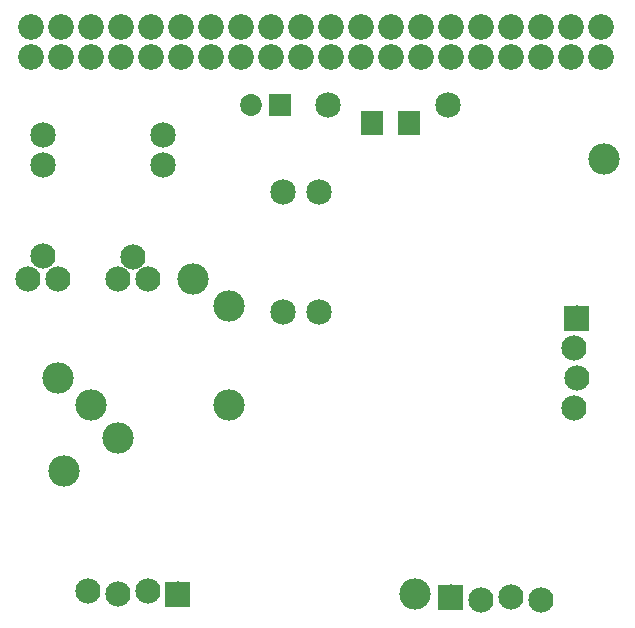
<source format=gts>
G04 MADE WITH FRITZING*
G04 WWW.FRITZING.ORG*
G04 DOUBLE SIDED*
G04 HOLES PLATED*
G04 CONTOUR ON CENTER OF CONTOUR VECTOR*
%ASAXBY*%
%FSLAX23Y23*%
%MOIN*%
%OFA0B0*%
%SFA1.0B1.0*%
%ADD10C,0.085000*%
%ADD11C,0.104488*%
%ADD12C,0.085361*%
%ADD13C,0.072992*%
%ADD14C,0.084000*%
%ADD15R,0.072992X0.084803*%
%ADD16R,0.072992X0.072992*%
%ADD17R,0.001000X0.001000*%
%LNMASK1*%
G90*
G70*
G54D10*
X1090Y1885D03*
X1490Y1885D03*
G54D11*
X2010Y1705D03*
X300Y885D03*
X640Y1305D03*
X190Y975D03*
X760Y885D03*
X760Y1215D03*
X390Y775D03*
X1380Y255D03*
X210Y665D03*
G54D12*
X100Y2045D03*
X200Y2045D03*
X300Y2045D03*
X400Y2045D03*
X500Y2045D03*
X600Y2045D03*
X700Y2045D03*
X800Y2045D03*
X900Y2045D03*
X1000Y2045D03*
X1100Y2045D03*
X1200Y2045D03*
X1300Y2045D03*
X1400Y2045D03*
X1500Y2045D03*
X1600Y2045D03*
X1700Y2045D03*
X1800Y2045D03*
X1900Y2045D03*
X2000Y2045D03*
X2000Y2145D03*
X1900Y2145D03*
X1800Y2145D03*
X1700Y2145D03*
X1600Y2145D03*
X1500Y2145D03*
X1400Y2145D03*
X1300Y2145D03*
X1200Y2145D03*
X1100Y2145D03*
X1000Y2145D03*
X900Y2145D03*
X800Y2145D03*
X700Y2145D03*
X600Y2145D03*
X500Y2145D03*
X400Y2145D03*
X300Y2145D03*
X200Y2145D03*
X100Y2145D03*
G54D13*
X930Y1885D03*
X832Y1885D03*
G54D10*
X1060Y1595D03*
X1060Y1195D03*
X940Y1595D03*
X940Y1195D03*
X140Y1685D03*
X540Y1685D03*
X140Y1785D03*
X540Y1785D03*
G54D14*
X1920Y1175D03*
X1910Y1075D03*
X1920Y975D03*
X1910Y875D03*
X1920Y1175D03*
X1910Y1075D03*
X1920Y975D03*
X1910Y875D03*
X1500Y245D03*
X1600Y235D03*
X1700Y245D03*
X1800Y235D03*
X1500Y245D03*
X1600Y235D03*
X1700Y245D03*
X1800Y235D03*
X390Y1305D03*
X440Y1380D03*
X490Y1305D03*
X390Y1305D03*
X440Y1380D03*
X490Y1305D03*
X89Y1307D03*
X139Y1382D03*
X189Y1307D03*
X89Y1307D03*
X139Y1382D03*
X189Y1307D03*
X590Y255D03*
X490Y265D03*
X390Y255D03*
X290Y265D03*
X590Y255D03*
X490Y265D03*
X390Y255D03*
X290Y265D03*
G54D15*
X1238Y1825D03*
X1360Y1825D03*
G54D16*
X930Y1885D03*
G54D17*
X1878Y1217D02*
X1961Y1217D01*
X1878Y1216D02*
X1961Y1216D01*
X1878Y1215D02*
X1961Y1215D01*
X1878Y1214D02*
X1961Y1214D01*
X1878Y1213D02*
X1961Y1213D01*
X1878Y1212D02*
X1961Y1212D01*
X1878Y1211D02*
X1961Y1211D01*
X1878Y1210D02*
X1961Y1210D01*
X1878Y1209D02*
X1961Y1209D01*
X1878Y1208D02*
X1961Y1208D01*
X1878Y1207D02*
X1961Y1207D01*
X1878Y1206D02*
X1961Y1206D01*
X1878Y1205D02*
X1961Y1205D01*
X1878Y1204D02*
X1961Y1204D01*
X1878Y1203D02*
X1961Y1203D01*
X1878Y1202D02*
X1961Y1202D01*
X1878Y1201D02*
X1961Y1201D01*
X1878Y1200D02*
X1961Y1200D01*
X1878Y1199D02*
X1961Y1199D01*
X1878Y1198D02*
X1961Y1198D01*
X1878Y1197D02*
X1961Y1197D01*
X1878Y1196D02*
X1961Y1196D01*
X1878Y1195D02*
X1961Y1195D01*
X1878Y1194D02*
X1961Y1194D01*
X1878Y1193D02*
X1961Y1193D01*
X1878Y1192D02*
X1961Y1192D01*
X1878Y1191D02*
X1961Y1191D01*
X1878Y1190D02*
X1915Y1190D01*
X1924Y1190D02*
X1961Y1190D01*
X1878Y1189D02*
X1912Y1189D01*
X1927Y1189D02*
X1961Y1189D01*
X1878Y1188D02*
X1910Y1188D01*
X1928Y1188D02*
X1961Y1188D01*
X1878Y1187D02*
X1909Y1187D01*
X1930Y1187D02*
X1961Y1187D01*
X1878Y1186D02*
X1908Y1186D01*
X1931Y1186D02*
X1961Y1186D01*
X1878Y1185D02*
X1907Y1185D01*
X1932Y1185D02*
X1961Y1185D01*
X1878Y1184D02*
X1906Y1184D01*
X1932Y1184D02*
X1961Y1184D01*
X1878Y1183D02*
X1906Y1183D01*
X1933Y1183D02*
X1961Y1183D01*
X1878Y1182D02*
X1905Y1182D01*
X1934Y1182D02*
X1961Y1182D01*
X1878Y1181D02*
X1905Y1181D01*
X1934Y1181D02*
X1961Y1181D01*
X1878Y1180D02*
X1905Y1180D01*
X1934Y1180D02*
X1961Y1180D01*
X1878Y1179D02*
X1904Y1179D01*
X1935Y1179D02*
X1961Y1179D01*
X1878Y1178D02*
X1904Y1178D01*
X1935Y1178D02*
X1961Y1178D01*
X1878Y1177D02*
X1904Y1177D01*
X1935Y1177D02*
X1961Y1177D01*
X1878Y1176D02*
X1904Y1176D01*
X1935Y1176D02*
X1961Y1176D01*
X1878Y1175D02*
X1904Y1175D01*
X1935Y1175D02*
X1961Y1175D01*
X1878Y1174D02*
X1904Y1174D01*
X1935Y1174D02*
X1961Y1174D01*
X1878Y1173D02*
X1904Y1173D01*
X1935Y1173D02*
X1961Y1173D01*
X1878Y1172D02*
X1904Y1172D01*
X1934Y1172D02*
X1961Y1172D01*
X1878Y1171D02*
X1905Y1171D01*
X1934Y1171D02*
X1961Y1171D01*
X1878Y1170D02*
X1905Y1170D01*
X1934Y1170D02*
X1961Y1170D01*
X1878Y1169D02*
X1905Y1169D01*
X1933Y1169D02*
X1961Y1169D01*
X1878Y1168D02*
X1906Y1168D01*
X1933Y1168D02*
X1961Y1168D01*
X1878Y1167D02*
X1907Y1167D01*
X1932Y1167D02*
X1961Y1167D01*
X1878Y1166D02*
X1907Y1166D01*
X1931Y1166D02*
X1961Y1166D01*
X1878Y1165D02*
X1908Y1165D01*
X1930Y1165D02*
X1961Y1165D01*
X1878Y1164D02*
X1909Y1164D01*
X1929Y1164D02*
X1961Y1164D01*
X1878Y1163D02*
X1911Y1163D01*
X1928Y1163D02*
X1961Y1163D01*
X1878Y1162D02*
X1913Y1162D01*
X1926Y1162D02*
X1961Y1162D01*
X1878Y1161D02*
X1915Y1161D01*
X1923Y1161D02*
X1961Y1161D01*
X1878Y1160D02*
X1961Y1160D01*
X1878Y1159D02*
X1961Y1159D01*
X1878Y1158D02*
X1961Y1158D01*
X1878Y1157D02*
X1961Y1157D01*
X1878Y1156D02*
X1961Y1156D01*
X1878Y1155D02*
X1961Y1155D01*
X1878Y1154D02*
X1961Y1154D01*
X1878Y1153D02*
X1961Y1153D01*
X1878Y1152D02*
X1961Y1152D01*
X1878Y1151D02*
X1961Y1151D01*
X1878Y1150D02*
X1961Y1150D01*
X1878Y1149D02*
X1961Y1149D01*
X1878Y1148D02*
X1961Y1148D01*
X1878Y1147D02*
X1961Y1147D01*
X1878Y1146D02*
X1961Y1146D01*
X1878Y1145D02*
X1961Y1145D01*
X1878Y1144D02*
X1961Y1144D01*
X1878Y1143D02*
X1961Y1143D01*
X1878Y1142D02*
X1961Y1142D01*
X1878Y1141D02*
X1961Y1141D01*
X1878Y1140D02*
X1961Y1140D01*
X1878Y1139D02*
X1961Y1139D01*
X1878Y1138D02*
X1961Y1138D01*
X1878Y1137D02*
X1961Y1137D01*
X1878Y1136D02*
X1961Y1136D01*
X1878Y1135D02*
X1961Y1135D01*
X1878Y1134D02*
X1961Y1134D01*
X548Y297D02*
X631Y297D01*
X548Y296D02*
X631Y296D01*
X548Y295D02*
X631Y295D01*
X548Y294D02*
X631Y294D01*
X548Y293D02*
X631Y293D01*
X548Y292D02*
X631Y292D01*
X548Y291D02*
X631Y291D01*
X548Y290D02*
X631Y290D01*
X548Y289D02*
X631Y289D01*
X548Y288D02*
X631Y288D01*
X548Y287D02*
X631Y287D01*
X1458Y287D02*
X1541Y287D01*
X548Y286D02*
X631Y286D01*
X1458Y286D02*
X1541Y286D01*
X548Y285D02*
X631Y285D01*
X1458Y285D02*
X1541Y285D01*
X548Y284D02*
X631Y284D01*
X1458Y284D02*
X1541Y284D01*
X548Y283D02*
X631Y283D01*
X1458Y283D02*
X1541Y283D01*
X548Y282D02*
X631Y282D01*
X1458Y282D02*
X1541Y282D01*
X548Y281D02*
X631Y281D01*
X1458Y281D02*
X1541Y281D01*
X548Y280D02*
X631Y280D01*
X1458Y280D02*
X1541Y280D01*
X548Y279D02*
X631Y279D01*
X1458Y279D02*
X1541Y279D01*
X548Y278D02*
X631Y278D01*
X1458Y278D02*
X1541Y278D01*
X548Y277D02*
X631Y277D01*
X1458Y277D02*
X1541Y277D01*
X548Y276D02*
X631Y276D01*
X1458Y276D02*
X1541Y276D01*
X548Y275D02*
X631Y275D01*
X1458Y275D02*
X1541Y275D01*
X548Y274D02*
X631Y274D01*
X1458Y274D02*
X1541Y274D01*
X548Y273D02*
X631Y273D01*
X1458Y273D02*
X1541Y273D01*
X548Y272D02*
X631Y272D01*
X1458Y272D02*
X1541Y272D01*
X548Y271D02*
X631Y271D01*
X1458Y271D02*
X1541Y271D01*
X548Y270D02*
X585Y270D01*
X594Y270D02*
X631Y270D01*
X1458Y270D02*
X1541Y270D01*
X548Y269D02*
X582Y269D01*
X597Y269D02*
X631Y269D01*
X1458Y269D02*
X1541Y269D01*
X548Y268D02*
X581Y268D01*
X599Y268D02*
X631Y268D01*
X1458Y268D02*
X1541Y268D01*
X548Y267D02*
X579Y267D01*
X600Y267D02*
X631Y267D01*
X1458Y267D02*
X1541Y267D01*
X548Y266D02*
X578Y266D01*
X601Y266D02*
X631Y266D01*
X1458Y266D02*
X1541Y266D01*
X548Y265D02*
X577Y265D01*
X602Y265D02*
X631Y265D01*
X1458Y265D02*
X1541Y265D01*
X548Y264D02*
X577Y264D01*
X603Y264D02*
X631Y264D01*
X1458Y264D02*
X1541Y264D01*
X548Y263D02*
X576Y263D01*
X603Y263D02*
X631Y263D01*
X1458Y263D02*
X1541Y263D01*
X548Y262D02*
X575Y262D01*
X604Y262D02*
X631Y262D01*
X1458Y262D02*
X1541Y262D01*
X548Y261D02*
X575Y261D01*
X604Y261D02*
X631Y261D01*
X1458Y261D02*
X1541Y261D01*
X548Y260D02*
X575Y260D01*
X604Y260D02*
X631Y260D01*
X1458Y260D02*
X1495Y260D01*
X1505Y260D02*
X1541Y260D01*
X548Y259D02*
X574Y259D01*
X605Y259D02*
X631Y259D01*
X1458Y259D02*
X1492Y259D01*
X1507Y259D02*
X1541Y259D01*
X548Y258D02*
X574Y258D01*
X605Y258D02*
X631Y258D01*
X1458Y258D02*
X1491Y258D01*
X1509Y258D02*
X1541Y258D01*
X548Y257D02*
X574Y257D01*
X605Y257D02*
X631Y257D01*
X1458Y257D02*
X1489Y257D01*
X1510Y257D02*
X1541Y257D01*
X548Y256D02*
X574Y256D01*
X605Y256D02*
X631Y256D01*
X1458Y256D02*
X1488Y256D01*
X1511Y256D02*
X1541Y256D01*
X548Y255D02*
X574Y255D01*
X605Y255D02*
X631Y255D01*
X1458Y255D02*
X1488Y255D01*
X1512Y255D02*
X1541Y255D01*
X548Y254D02*
X574Y254D01*
X605Y254D02*
X631Y254D01*
X1458Y254D02*
X1487Y254D01*
X1513Y254D02*
X1541Y254D01*
X548Y253D02*
X574Y253D01*
X605Y253D02*
X631Y253D01*
X1458Y253D02*
X1486Y253D01*
X1513Y253D02*
X1541Y253D01*
X548Y252D02*
X575Y252D01*
X605Y252D02*
X631Y252D01*
X1458Y252D02*
X1486Y252D01*
X1514Y252D02*
X1541Y252D01*
X548Y251D02*
X575Y251D01*
X604Y251D02*
X631Y251D01*
X1458Y251D02*
X1485Y251D01*
X1514Y251D02*
X1541Y251D01*
X548Y250D02*
X575Y250D01*
X604Y250D02*
X631Y250D01*
X1458Y250D02*
X1485Y250D01*
X1515Y250D02*
X1541Y250D01*
X548Y249D02*
X576Y249D01*
X604Y249D02*
X631Y249D01*
X1458Y249D02*
X1485Y249D01*
X1515Y249D02*
X1541Y249D01*
X548Y248D02*
X576Y248D01*
X603Y248D02*
X631Y248D01*
X1458Y248D02*
X1484Y248D01*
X1515Y248D02*
X1541Y248D01*
X548Y247D02*
X577Y247D01*
X602Y247D02*
X631Y247D01*
X1458Y247D02*
X1484Y247D01*
X1515Y247D02*
X1541Y247D01*
X548Y246D02*
X578Y246D01*
X602Y246D02*
X631Y246D01*
X1458Y246D02*
X1484Y246D01*
X1515Y246D02*
X1541Y246D01*
X548Y245D02*
X579Y245D01*
X601Y245D02*
X631Y245D01*
X1458Y245D02*
X1484Y245D01*
X1515Y245D02*
X1541Y245D01*
X548Y244D02*
X580Y244D01*
X599Y244D02*
X631Y244D01*
X1458Y244D02*
X1484Y244D01*
X1515Y244D02*
X1541Y244D01*
X548Y243D02*
X581Y243D01*
X598Y243D02*
X631Y243D01*
X1458Y243D02*
X1484Y243D01*
X1515Y243D02*
X1541Y243D01*
X548Y242D02*
X583Y242D01*
X596Y242D02*
X631Y242D01*
X1458Y242D02*
X1485Y242D01*
X1515Y242D02*
X1541Y242D01*
X548Y241D02*
X586Y241D01*
X593Y241D02*
X631Y241D01*
X1458Y241D02*
X1485Y241D01*
X1514Y241D02*
X1541Y241D01*
X548Y240D02*
X631Y240D01*
X1458Y240D02*
X1485Y240D01*
X1514Y240D02*
X1541Y240D01*
X548Y239D02*
X631Y239D01*
X1458Y239D02*
X1486Y239D01*
X1514Y239D02*
X1541Y239D01*
X548Y238D02*
X631Y238D01*
X1458Y238D02*
X1486Y238D01*
X1513Y238D02*
X1541Y238D01*
X548Y237D02*
X631Y237D01*
X1458Y237D02*
X1487Y237D01*
X1512Y237D02*
X1541Y237D01*
X548Y236D02*
X631Y236D01*
X1458Y236D02*
X1488Y236D01*
X1512Y236D02*
X1541Y236D01*
X548Y235D02*
X631Y235D01*
X1458Y235D02*
X1489Y235D01*
X1511Y235D02*
X1541Y235D01*
X548Y234D02*
X631Y234D01*
X1458Y234D02*
X1490Y234D01*
X1510Y234D02*
X1541Y234D01*
X548Y233D02*
X631Y233D01*
X1458Y233D02*
X1491Y233D01*
X1508Y233D02*
X1541Y233D01*
X548Y232D02*
X631Y232D01*
X1458Y232D02*
X1493Y232D01*
X1506Y232D02*
X1541Y232D01*
X548Y231D02*
X631Y231D01*
X1458Y231D02*
X1496Y231D01*
X1504Y231D02*
X1541Y231D01*
X548Y230D02*
X631Y230D01*
X1458Y230D02*
X1541Y230D01*
X548Y229D02*
X631Y229D01*
X1458Y229D02*
X1541Y229D01*
X548Y228D02*
X631Y228D01*
X1458Y228D02*
X1541Y228D01*
X548Y227D02*
X631Y227D01*
X1458Y227D02*
X1541Y227D01*
X548Y226D02*
X631Y226D01*
X1458Y226D02*
X1541Y226D01*
X548Y225D02*
X631Y225D01*
X1458Y225D02*
X1541Y225D01*
X548Y224D02*
X631Y224D01*
X1458Y224D02*
X1541Y224D01*
X548Y223D02*
X631Y223D01*
X1458Y223D02*
X1541Y223D01*
X548Y222D02*
X631Y222D01*
X1458Y222D02*
X1541Y222D01*
X548Y221D02*
X631Y221D01*
X1458Y221D02*
X1541Y221D01*
X548Y220D02*
X631Y220D01*
X1458Y220D02*
X1541Y220D01*
X548Y219D02*
X631Y219D01*
X1458Y219D02*
X1541Y219D01*
X548Y218D02*
X631Y218D01*
X1458Y218D02*
X1541Y218D01*
X548Y217D02*
X631Y217D01*
X1458Y217D02*
X1541Y217D01*
X548Y216D02*
X631Y216D01*
X1458Y216D02*
X1541Y216D01*
X548Y215D02*
X631Y215D01*
X1458Y215D02*
X1541Y215D01*
X548Y214D02*
X631Y214D01*
X1458Y214D02*
X1541Y214D01*
X1458Y213D02*
X1541Y213D01*
X1458Y212D02*
X1541Y212D01*
X1458Y211D02*
X1541Y211D01*
X1458Y210D02*
X1541Y210D01*
X1458Y209D02*
X1541Y209D01*
X1458Y208D02*
X1541Y208D01*
X1458Y207D02*
X1541Y207D01*
X1458Y206D02*
X1541Y206D01*
X1458Y205D02*
X1541Y205D01*
X1458Y204D02*
X1541Y204D01*
D02*
G04 End of Mask1*
M02*
</source>
